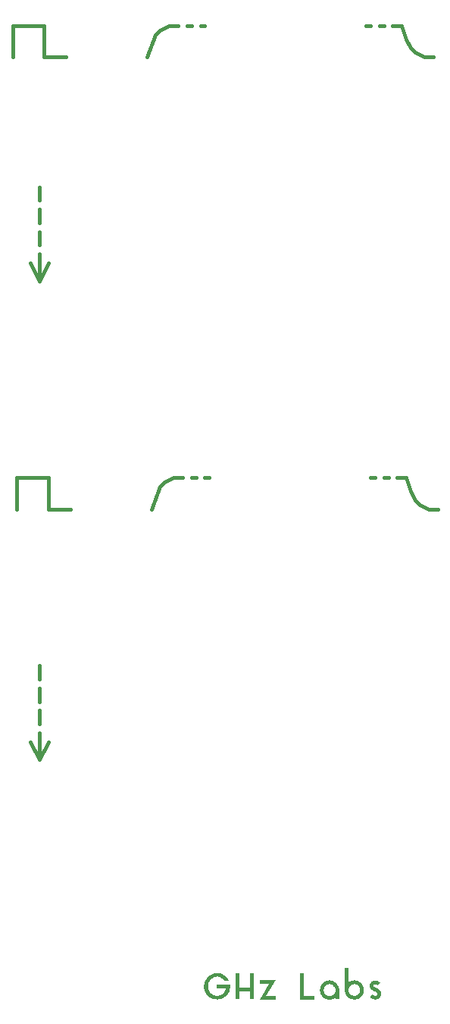
<source format=gto>
G04 Layer_Color=65535*
%FSLAX44Y44*%
%MOMM*%
G71*
G01*
G75*
%ADD11C,0.4000*%
G36*
X1055721Y981589D02*
X1067730D01*
Y977342D01*
X1051425D01*
Y1006926D01*
X1055721D01*
Y981589D01*
D02*
G37*
G36*
X1085110Y998578D02*
X1085696Y998529D01*
X1086330Y998431D01*
X1087014Y998236D01*
X1087746Y998041D01*
X1088478Y997748D01*
X1088576Y997699D01*
X1088820Y997601D01*
X1089162Y997406D01*
X1089650Y997162D01*
X1090187Y996820D01*
X1090724Y996430D01*
X1091310Y995990D01*
X1091896Y995453D01*
X1091945Y995405D01*
X1092140Y995209D01*
X1092384Y994867D01*
X1092726Y994477D01*
X1093116Y993989D01*
X1093507Y993403D01*
X1093848Y992768D01*
X1094190Y992036D01*
X1094239Y991938D01*
X1094337Y991694D01*
X1094483Y991304D01*
X1094630Y990767D01*
X1094776Y990132D01*
X1094922Y989449D01*
X1095020Y988668D01*
X1095069Y987838D01*
Y977439D01*
X1090919D01*
Y979343D01*
X1090871Y979294D01*
X1090675Y979197D01*
X1090382Y979001D01*
X1089992Y978757D01*
X1089552Y978513D01*
X1089015Y978220D01*
X1088478Y977976D01*
X1087844Y977732D01*
X1087795D01*
X1087551Y977634D01*
X1087258Y977537D01*
X1086819Y977439D01*
X1086282Y977342D01*
X1085696Y977244D01*
X1085012Y977195D01*
X1084329Y977146D01*
X1083938D01*
X1083548Y977195D01*
X1083011Y977244D01*
X1082376Y977342D01*
X1081644Y977488D01*
X1080911Y977683D01*
X1080179Y977976D01*
X1080082Y978025D01*
X1079837Y978123D01*
X1079496Y978318D01*
X1079008Y978562D01*
X1078471Y978904D01*
X1077934Y979294D01*
X1077348Y979734D01*
X1076762Y980271D01*
X1076713Y980320D01*
X1076518Y980515D01*
X1076274Y980856D01*
X1075932Y981247D01*
X1075541Y981735D01*
X1075200Y982321D01*
X1074809Y983005D01*
X1074467Y983688D01*
X1074419Y983786D01*
X1074321Y984030D01*
X1074223Y984420D01*
X1074077Y984957D01*
X1073882Y985543D01*
X1073784Y986275D01*
X1073686Y987008D01*
X1073637Y987838D01*
Y987886D01*
Y987935D01*
Y988228D01*
X1073686Y988619D01*
X1073735Y989204D01*
X1073833Y989839D01*
X1073979Y990523D01*
X1074174Y991255D01*
X1074467Y991987D01*
X1074516Y992085D01*
X1074614Y992329D01*
X1074809Y992719D01*
X1075053Y993159D01*
X1075395Y993696D01*
X1075786Y994282D01*
X1076225Y994867D01*
X1076713Y995453D01*
X1076762Y995502D01*
X1076957Y995697D01*
X1077299Y995941D01*
X1077690Y996283D01*
X1078178Y996674D01*
X1078764Y997064D01*
X1079447Y997406D01*
X1080130Y997748D01*
X1080228Y997797D01*
X1080472Y997894D01*
X1080863Y998041D01*
X1081400Y998187D01*
X1082034Y998334D01*
X1082718Y998480D01*
X1083499Y998578D01*
X1084329Y998626D01*
X1084719D01*
X1085110Y998578D01*
D02*
G37*
G36*
X1105565Y996381D02*
X1105614Y996430D01*
X1105809Y996576D01*
X1106102Y996771D01*
X1106444Y997016D01*
X1106883Y997260D01*
X1107420Y997552D01*
X1108006Y997797D01*
X1108592Y998041D01*
X1108689Y998090D01*
X1108885Y998138D01*
X1109226Y998236D01*
X1109666Y998334D01*
X1110203Y998431D01*
X1110789Y998529D01*
X1111423Y998626D01*
X1112497D01*
X1112888Y998578D01*
X1113425Y998529D01*
X1114060Y998431D01*
X1114743Y998285D01*
X1115475Y998090D01*
X1116208Y997797D01*
X1116305Y997748D01*
X1116549Y997650D01*
X1116891Y997455D01*
X1117379Y997211D01*
X1117916Y996869D01*
X1118453Y996479D01*
X1119039Y996039D01*
X1119625Y995502D01*
X1119674Y995453D01*
X1119869Y995258D01*
X1120113Y994916D01*
X1120455Y994526D01*
X1120845Y994037D01*
X1121236Y993452D01*
X1121578Y992817D01*
X1121919Y992085D01*
X1121968Y991987D01*
X1122066Y991743D01*
X1122163Y991352D01*
X1122359Y990864D01*
X1122505Y990230D01*
X1122603Y989546D01*
X1122700Y988814D01*
X1122749Y987984D01*
Y987886D01*
Y987594D01*
X1122700Y987154D01*
X1122652Y986617D01*
X1122554Y985982D01*
X1122408Y985250D01*
X1122212Y984518D01*
X1121919Y983786D01*
X1121870Y983688D01*
X1121773Y983444D01*
X1121578Y983102D01*
X1121333Y982663D01*
X1120992Y982126D01*
X1120601Y981540D01*
X1120162Y981003D01*
X1119625Y980417D01*
X1119576Y980368D01*
X1119381Y980173D01*
X1119039Y979929D01*
X1118648Y979587D01*
X1118160Y979197D01*
X1117574Y978855D01*
X1116940Y978464D01*
X1116208Y978123D01*
X1116110Y978074D01*
X1115866Y978025D01*
X1115475Y977878D01*
X1114987Y977732D01*
X1114352Y977586D01*
X1113669Y977488D01*
X1112937Y977390D01*
X1112107Y977342D01*
X1111716D01*
X1111277Y977390D01*
X1110740Y977439D01*
X1110105Y977537D01*
X1109373Y977683D01*
X1108641Y977878D01*
X1107908Y978123D01*
X1107811Y978171D01*
X1107567Y978269D01*
X1107225Y978464D01*
X1106786Y978708D01*
X1106248Y979050D01*
X1105663Y979441D01*
X1105126Y979880D01*
X1104540Y980417D01*
X1104491Y980466D01*
X1104296Y980661D01*
X1104052Y981003D01*
X1103710Y981394D01*
X1103319Y981882D01*
X1102978Y982467D01*
X1102587Y983102D01*
X1102245Y983786D01*
X1102197Y983883D01*
X1102148Y984127D01*
X1102001Y984518D01*
X1101855Y985055D01*
X1101708Y985689D01*
X1101611Y986373D01*
X1101513Y987154D01*
X1101464Y987984D01*
Y1012882D01*
X1105614D01*
X1105565Y996381D01*
D02*
G37*
G36*
X1023989Y998626D02*
X1021401Y994477D01*
X1013444Y981491D01*
X1023989D01*
Y977342D01*
X1006072D01*
X1008611Y981442D01*
X1016568Y994477D01*
X1006072D01*
Y998675D01*
X1023989D01*
Y998626D01*
D02*
G37*
G36*
X959450Y1006877D02*
X960036Y1006828D01*
X960671Y1006779D01*
X961403Y1006633D01*
X962184Y1006486D01*
X962965Y1006242D01*
X963014D01*
X963063Y1006193D01*
X963307Y1006096D01*
X963698Y1005949D01*
X964235Y1005754D01*
X964820Y1005461D01*
X965455Y1005168D01*
X966139Y1004778D01*
X966773Y1004338D01*
X966871Y1004289D01*
X967066Y1004143D01*
X967408Y1003899D01*
X967798Y1003557D01*
X968287Y1003118D01*
X968823Y1002630D01*
X969361Y1002093D01*
X969849Y1001458D01*
X969898Y1001360D01*
X970093Y1001165D01*
X970337Y1000823D01*
X970630Y1000384D01*
X971020Y999847D01*
X971362Y999212D01*
X971753Y998578D01*
X972094Y997845D01*
X967115D01*
Y997894D01*
X967066Y997943D01*
X966871Y998236D01*
X966578Y998626D01*
X966187Y999164D01*
X965650Y999700D01*
X965064Y1000335D01*
X964332Y1000921D01*
X963551Y1001458D01*
X963454Y1001507D01*
X963161Y1001702D01*
X962721Y1001897D01*
X962086Y1002190D01*
X961354Y1002434D01*
X960524Y1002679D01*
X959597Y1002825D01*
X958620Y1002874D01*
X958279D01*
X957839Y1002825D01*
X957351Y1002776D01*
X956717Y1002679D01*
X956082Y1002483D01*
X955350Y1002288D01*
X954666Y1001995D01*
X954568Y1001946D01*
X954373Y1001849D01*
X954031Y1001653D01*
X953592Y1001409D01*
X953055Y1001067D01*
X952518Y1000677D01*
X951981Y1000238D01*
X951444Y999700D01*
X951395Y999652D01*
X951200Y999456D01*
X950956Y999115D01*
X950663Y998724D01*
X950321Y998236D01*
X949931Y997650D01*
X949589Y997016D01*
X949247Y996283D01*
X949198Y996186D01*
X949150Y995941D01*
X949003Y995551D01*
X948857Y995063D01*
X948710Y994428D01*
X948613Y993745D01*
X948515Y992963D01*
X948466Y992134D01*
Y992036D01*
Y991743D01*
X948515Y991304D01*
X948564Y990767D01*
X948661Y990132D01*
X948808Y989400D01*
X949003Y988668D01*
X949247Y987935D01*
X949296Y987838D01*
X949394Y987594D01*
X949589Y987252D01*
X949833Y986812D01*
X950126Y986275D01*
X950517Y985689D01*
X950956Y985153D01*
X951444Y984567D01*
X951493Y984518D01*
X951688Y984323D01*
X951981Y984079D01*
X952372Y983737D01*
X952811Y983346D01*
X953397Y983005D01*
X953983Y982614D01*
X954666Y982272D01*
X954764Y982223D01*
X955008Y982126D01*
X955350Y982028D01*
X955838Y981882D01*
X956472Y981686D01*
X957107Y981589D01*
X957839Y981491D01*
X958620Y981442D01*
X958913D01*
X959304Y981491D01*
X959743Y981540D01*
X960280Y981589D01*
X960866Y981735D01*
X961452Y981882D01*
X962086Y982077D01*
X962184Y982126D01*
X962380Y982175D01*
X962672Y982321D01*
X963063Y982516D01*
X963551Y982809D01*
X964039Y983102D01*
X964528Y983444D01*
X965016Y983834D01*
X965064Y983883D01*
X965260Y984030D01*
X965504Y984274D01*
X965797Y984615D01*
X966139Y985006D01*
X966480Y985494D01*
X966871Y985982D01*
X967213Y986568D01*
X967261Y986617D01*
X967359Y986861D01*
X967505Y987154D01*
X967749Y987594D01*
X967945Y988082D01*
X968140Y988668D01*
X968384Y989302D01*
X968531Y989986D01*
X958181D01*
Y993793D01*
X973120D01*
Y993696D01*
X973168Y993501D01*
Y993208D01*
Y992915D01*
Y992866D01*
X973217Y992671D01*
Y992378D01*
Y992085D01*
Y991987D01*
Y991743D01*
Y991401D01*
X973168Y991011D01*
Y990913D01*
X973120Y990669D01*
X973071Y990376D01*
X973022Y989986D01*
Y989937D01*
Y989888D01*
X972973Y989742D01*
Y989546D01*
X972827Y989009D01*
X972680Y988375D01*
X972485Y987594D01*
X972192Y986715D01*
X971850Y985836D01*
X971411Y984957D01*
Y984908D01*
X971362Y984860D01*
X971167Y984567D01*
X970923Y984127D01*
X970532Y983590D01*
X970044Y982956D01*
X969507Y982321D01*
X968872Y981638D01*
X968189Y980954D01*
X968091Y980905D01*
X967847Y980661D01*
X967457Y980368D01*
X966920Y980026D01*
X966285Y979587D01*
X965553Y979148D01*
X964723Y978708D01*
X963844Y978318D01*
X963795D01*
X963746Y978269D01*
X963600Y978220D01*
X963405Y978171D01*
X962916Y978025D01*
X962282Y977878D01*
X961501Y977683D01*
X960622Y977537D01*
X959646Y977439D01*
X958620Y977390D01*
X958083D01*
X957839Y977439D01*
X957546D01*
X956765Y977537D01*
X955887Y977683D01*
X954959Y977878D01*
X953934Y978123D01*
X952909Y978513D01*
X952860D01*
X952811Y978562D01*
X952664Y978660D01*
X952469Y978708D01*
X951932Y979001D01*
X951298Y979343D01*
X950565Y979782D01*
X949784Y980368D01*
X949003Y980954D01*
X948222Y981686D01*
X948124Y981784D01*
X947880Y982028D01*
X947539Y982467D01*
X947099Y983005D01*
X946611Y983688D01*
X946074Y984518D01*
X945586Y985397D01*
X945098Y986373D01*
Y986422D01*
X945049Y986519D01*
X945000Y986666D01*
X944902Y986861D01*
X944854Y987105D01*
X944756Y987398D01*
X944561Y988082D01*
X944316Y988960D01*
X944170Y989937D01*
X944024Y991011D01*
X943975Y992134D01*
Y992182D01*
Y992280D01*
Y992427D01*
Y992671D01*
X944024Y992915D01*
Y993256D01*
X944121Y993989D01*
X944268Y994916D01*
X944463Y995844D01*
X944707Y996869D01*
X945098Y997894D01*
Y997943D01*
X945146Y997992D01*
X945244Y998138D01*
X945293Y998334D01*
X945586Y998871D01*
X945928Y999505D01*
X946367Y1000238D01*
X946904Y1001019D01*
X947539Y1001800D01*
X948222Y1002581D01*
X948320Y1002679D01*
X948564Y1002923D01*
X949003Y1003264D01*
X949540Y1003753D01*
X950224Y1004241D01*
X951053Y1004778D01*
X951932Y1005266D01*
X952909Y1005754D01*
X952957D01*
X953055Y1005803D01*
X953202Y1005852D01*
X953397Y1005949D01*
X953641Y1006047D01*
X953934Y1006145D01*
X954617Y1006340D01*
X955496Y1006535D01*
X956472Y1006730D01*
X957498Y1006877D01*
X958620Y1006926D01*
X959011D01*
X959450Y1006877D01*
D02*
G37*
G36*
X1135979Y998529D02*
X1136321D01*
X1136711Y998431D01*
X1137200Y998334D01*
X1137688Y998187D01*
X1138225Y997943D01*
X1138762Y997699D01*
X1138811Y997650D01*
X1139006Y997552D01*
X1139250Y997406D01*
X1139592Y997162D01*
X1139933Y996869D01*
X1140324Y996527D01*
X1140666Y996088D01*
X1141007Y995649D01*
X1137590Y993305D01*
X1137541Y993403D01*
X1137395Y993549D01*
X1137151Y993842D01*
X1136809Y994086D01*
X1136711Y994135D01*
X1136467Y994282D01*
X1136077Y994379D01*
X1135589Y994428D01*
X1135247D01*
X1135052Y994379D01*
X1134514Y994233D01*
X1133978Y993940D01*
X1133929D01*
X1133880Y993842D01*
X1133685Y993647D01*
X1133440Y993256D01*
X1133392Y993012D01*
X1133343Y992768D01*
Y992719D01*
Y992671D01*
Y992573D01*
Y992524D01*
Y992475D01*
X1133440Y992280D01*
X1133538Y991987D01*
X1133733Y991743D01*
X1133782Y991694D01*
X1133978Y991548D01*
X1134222Y991352D01*
X1134563Y991206D01*
X1134612D01*
X1134710Y991108D01*
X1134856Y991060D01*
X1135100Y990913D01*
X1135637Y990620D01*
X1136321Y990278D01*
X1136370D01*
X1136467Y990181D01*
X1136663Y990132D01*
X1136955Y989986D01*
X1137590Y989693D01*
X1138322Y989302D01*
X1138371D01*
X1138469Y989253D01*
X1138615Y989156D01*
X1138762Y989058D01*
X1139250Y988765D01*
X1139787Y988375D01*
X1139982Y988130D01*
X1140031Y988082D01*
X1140226Y987886D01*
X1140519Y987594D01*
X1140861Y987203D01*
X1140910Y987154D01*
X1140959Y987056D01*
X1141056Y986910D01*
X1141203Y986666D01*
X1141496Y986080D01*
X1141740Y985397D01*
Y985348D01*
X1141788Y985250D01*
X1141837Y985055D01*
X1141886Y984811D01*
X1142033Y984176D01*
Y983444D01*
Y983395D01*
Y983200D01*
X1141984Y982956D01*
X1141935Y982663D01*
X1141837Y982272D01*
X1141740Y981833D01*
X1141593Y981394D01*
X1141398Y980954D01*
Y980905D01*
X1141300Y980759D01*
X1141203Y980564D01*
X1141007Y980271D01*
X1140568Y979636D01*
X1139933Y979001D01*
X1139885Y978952D01*
X1139787Y978855D01*
X1139592Y978708D01*
X1139299Y978513D01*
X1139006Y978318D01*
X1138615Y978123D01*
X1137737Y977732D01*
X1137688D01*
X1137541Y977683D01*
X1137297Y977586D01*
X1136955Y977537D01*
X1136565Y977439D01*
X1136126Y977342D01*
X1135149Y977293D01*
X1135052D01*
X1134808Y977342D01*
X1134466Y977390D01*
X1133978Y977439D01*
X1133440Y977586D01*
X1132855Y977732D01*
X1132220Y977976D01*
X1131634Y978269D01*
X1131585Y978318D01*
X1131390Y978416D01*
X1131097Y978660D01*
X1130755Y978904D01*
X1130414Y979294D01*
X1130023Y979685D01*
X1129633Y980173D01*
X1129291Y980710D01*
X1132757Y983151D01*
Y983102D01*
X1132806Y983053D01*
X1132952Y982712D01*
X1133196Y982321D01*
X1133636Y981930D01*
X1133685D01*
X1133782Y981833D01*
X1133880Y981784D01*
X1134075Y981686D01*
X1134612Y981540D01*
X1135247Y981442D01*
X1135637D01*
X1135882Y981491D01*
X1136467Y981638D01*
X1136809Y981784D01*
X1137102Y981979D01*
X1137151Y982028D01*
X1137248Y982077D01*
X1137346Y982223D01*
X1137493Y982419D01*
X1137785Y982907D01*
X1137834Y983200D01*
X1137883Y983541D01*
Y983590D01*
Y983688D01*
Y983834D01*
X1137834Y983981D01*
Y984030D01*
Y984079D01*
X1137785Y984176D01*
Y984225D01*
Y984323D01*
Y984371D01*
X1137737Y984420D01*
X1137541Y984713D01*
X1137200Y985104D01*
X1136711Y985445D01*
X1136614Y985494D01*
X1136516Y985543D01*
X1136370Y985592D01*
Y985641D01*
X1136272Y985689D01*
X1136028Y985836D01*
X1135637Y986031D01*
X1135149Y986275D01*
X1135100D01*
X1135052Y986324D01*
X1134905Y986373D01*
X1134710Y986471D01*
X1134270Y986666D01*
X1133733Y986910D01*
X1133685D01*
X1133636Y986959D01*
X1133294Y987154D01*
X1132855Y987349D01*
X1132366Y987642D01*
X1132318D01*
X1132269Y987691D01*
X1131927Y987886D01*
X1131537Y988179D01*
X1131048Y988570D01*
Y988619D01*
X1130951Y988716D01*
X1130902Y988765D01*
X1130804Y988863D01*
X1130658Y989058D01*
X1130463Y989253D01*
X1130023Y989839D01*
X1129633Y990571D01*
Y990620D01*
X1129535Y990767D01*
X1129486Y990962D01*
X1129389Y991255D01*
X1129291Y991597D01*
X1129242Y991987D01*
X1129193Y992427D01*
Y992866D01*
Y992915D01*
Y993061D01*
X1129242Y993305D01*
Y993598D01*
X1129437Y994330D01*
X1129535Y994721D01*
X1129730Y995111D01*
X1129779Y995160D01*
X1129828Y995307D01*
X1129926Y995502D01*
X1130121Y995746D01*
X1130511Y996332D01*
X1131097Y996918D01*
X1131146Y996967D01*
X1131244Y997064D01*
X1131439Y997211D01*
X1131683Y997357D01*
X1131976Y997552D01*
X1132318Y997748D01*
X1133148Y998138D01*
X1133196D01*
X1133343Y998187D01*
X1133587Y998285D01*
X1133929Y998382D01*
X1134270Y998431D01*
X1134710Y998529D01*
X1135686Y998578D01*
X1135784D01*
X1135979Y998529D01*
D02*
G37*
G36*
X999677Y977439D02*
X995381D01*
Y982663D01*
Y986568D01*
X983860D01*
Y982663D01*
Y977439D01*
X979564D01*
Y1006926D01*
X983860D01*
Y1001800D01*
Y994233D01*
Y990425D01*
Y990376D01*
X995381D01*
Y990425D01*
Y994233D01*
Y1001800D01*
Y1006926D01*
X999677D01*
Y977439D01*
D02*
G37*
%LPC*%
G36*
X1084817Y994477D02*
X1084085D01*
X1083841Y994428D01*
X1083499D01*
X1083108Y994330D01*
X1082669Y994233D01*
X1082181Y994135D01*
X1081741Y993940D01*
X1081693D01*
X1081546Y993842D01*
X1081302Y993745D01*
X1081058Y993549D01*
X1080375Y993110D01*
X1079691Y992475D01*
X1079642Y992427D01*
X1079545Y992329D01*
X1079398Y992134D01*
X1079203Y991889D01*
X1078959Y991597D01*
X1078715Y991206D01*
X1078275Y990376D01*
Y990327D01*
X1078178Y990181D01*
X1078129Y989937D01*
X1078031Y989644D01*
X1077934Y989253D01*
X1077885Y988814D01*
X1077787Y987838D01*
Y987789D01*
Y987594D01*
X1077836Y987349D01*
Y987008D01*
X1077885Y986617D01*
X1077982Y986227D01*
X1078275Y985299D01*
X1078324Y985250D01*
X1078373Y985104D01*
X1078471Y984860D01*
X1078666Y984615D01*
X1079105Y983932D01*
X1079691Y983200D01*
X1079740Y983151D01*
X1079837Y983053D01*
X1080033Y982907D01*
X1080277Y982712D01*
X1080570Y982467D01*
X1080911Y982223D01*
X1081741Y981784D01*
X1081790D01*
X1081937Y981686D01*
X1082181Y981638D01*
X1082523Y981540D01*
X1082913Y981442D01*
X1083352Y981394D01*
X1084329Y981296D01*
X1084573D01*
X1084817Y981345D01*
X1085159D01*
X1085549Y981394D01*
X1085989Y981491D01*
X1086867Y981784D01*
X1086916Y981833D01*
X1087063Y981882D01*
X1087307Y981979D01*
X1087600Y982175D01*
X1088283Y982614D01*
X1088967Y983200D01*
X1089015Y983249D01*
X1089113Y983346D01*
X1089259Y983541D01*
X1089455Y983834D01*
X1089699Y984127D01*
X1089943Y984469D01*
X1090382Y985299D01*
X1090431Y985348D01*
X1090480Y985494D01*
X1090578Y985738D01*
X1090675Y986080D01*
X1090773Y986471D01*
X1090822Y986910D01*
X1090919Y987349D01*
Y987838D01*
Y987886D01*
Y988082D01*
X1090871Y988326D01*
Y988668D01*
X1090773Y989058D01*
X1090675Y989497D01*
X1090578Y989937D01*
X1090382Y990376D01*
Y990425D01*
X1090285Y990571D01*
X1090187Y990816D01*
X1089992Y991108D01*
X1089552Y991792D01*
X1088967Y992475D01*
X1088918Y992524D01*
X1088820Y992622D01*
X1088625Y992817D01*
X1088381Y993012D01*
X1088088Y993256D01*
X1087697Y993501D01*
X1086867Y993940D01*
X1086819Y993989D01*
X1086672Y994037D01*
X1086428Y994135D01*
X1086135Y994233D01*
X1085745Y994330D01*
X1085305Y994379D01*
X1084817Y994477D01*
D02*
G37*
G36*
X1112595D02*
X1111863D01*
X1111618Y994428D01*
X1111277D01*
X1110886Y994330D01*
X1110496Y994233D01*
X1110007Y994135D01*
X1109568Y993940D01*
X1109519D01*
X1109373Y993842D01*
X1109129Y993745D01*
X1108885Y993598D01*
X1108201Y993159D01*
X1107518Y992573D01*
X1107469Y992524D01*
X1107371Y992427D01*
X1107225Y992231D01*
X1107030Y991987D01*
X1106786Y991694D01*
X1106541Y991352D01*
X1106102Y990523D01*
Y990474D01*
X1106004Y990327D01*
X1105956Y990083D01*
X1105858Y989790D01*
X1105760Y989400D01*
X1105712Y988960D01*
X1105614Y987984D01*
Y987935D01*
Y987740D01*
X1105663Y987496D01*
Y987154D01*
X1105712Y986764D01*
X1105809Y986324D01*
X1106102Y985445D01*
X1106151Y985397D01*
X1106200Y985250D01*
X1106297Y985006D01*
X1106493Y984762D01*
X1106932Y984079D01*
X1107518Y983346D01*
X1107567Y983297D01*
X1107664Y983200D01*
X1107859Y983053D01*
X1108104Y982858D01*
X1108397Y982614D01*
X1108738Y982419D01*
X1109568Y981979D01*
X1109617D01*
X1109763Y981882D01*
X1110007Y981833D01*
X1110349Y981735D01*
X1110740Y981638D01*
X1111179Y981589D01*
X1112107Y981491D01*
X1112351D01*
X1112595Y981540D01*
X1112937D01*
X1113278Y981589D01*
X1113718Y981686D01*
X1114596Y981979D01*
X1114645D01*
X1114792Y982077D01*
X1115036Y982175D01*
X1115329Y982321D01*
X1116012Y982760D01*
X1116696Y983346D01*
X1116745Y983395D01*
X1116842Y983493D01*
X1116989Y983688D01*
X1117184Y983981D01*
X1117428Y984274D01*
X1117623Y984615D01*
X1118063Y985445D01*
X1118111Y985494D01*
X1118160Y985641D01*
X1118258Y985885D01*
X1118355Y986227D01*
X1118453Y986568D01*
X1118502Y987008D01*
X1118600Y987496D01*
Y987984D01*
Y988033D01*
Y988228D01*
X1118551Y988472D01*
Y988814D01*
X1118453Y989156D01*
X1118355Y989595D01*
X1118258Y990034D01*
X1118063Y990474D01*
Y990523D01*
X1117965Y990669D01*
X1117867Y990913D01*
X1117721Y991206D01*
X1117281Y991889D01*
X1116696Y992573D01*
X1116647Y992622D01*
X1116549Y992719D01*
X1116354Y992866D01*
X1116110Y993061D01*
X1115817Y993305D01*
X1115426Y993501D01*
X1114596Y993940D01*
X1114548Y993989D01*
X1114401Y994037D01*
X1114157Y994135D01*
X1113864Y994233D01*
X1113474Y994330D01*
X1113034Y994379D01*
X1112595Y994477D01*
D02*
G37*
%LPD*%
D11*
X760000Y1245000D02*
X770000Y1265000D01*
X760000Y1300000D02*
Y1285000D01*
Y1275000D02*
Y1245000D01*
X750000Y1265000D01*
X760000Y1310000D02*
Y1325000D01*
Y1335000D02*
Y1350000D01*
X900000Y1555000D02*
X910000Y1560000D01*
X920000D01*
X930000D02*
X935000D01*
X900000Y1555000D02*
X895000Y1550000D01*
X885000Y1525000D01*
X945000Y1560000D02*
X950000D01*
X1130000D02*
X1135000D01*
X1145000D02*
X1150000D01*
X1160000D02*
X1170000D01*
X1175000Y1545000D01*
X1180000Y1535000D01*
X1185000Y1530000D01*
X1195000Y1525000D01*
X1205000Y1525000D01*
X770000Y1800000D02*
X760000Y1780000D01*
Y1810000D01*
Y1820000D02*
Y1835000D01*
X750000Y1800000D02*
X760000Y1780000D01*
Y1845000D02*
Y1860000D01*
Y1870000D02*
Y1885000D01*
X880000Y2030000D02*
X890000Y2055000D01*
X895000Y2060000D01*
X905000Y2065000D01*
X915000D01*
X925000D02*
X930000D01*
X940000D02*
X945000D01*
X1125000D02*
X1130000D01*
X1140000D02*
X1145000D01*
X1155000D02*
X1165000D01*
X1170000Y2050000D01*
X1175000Y2040000D01*
X1180000Y2035000D01*
X1190000Y2030000D01*
X1200000Y2030000D01*
X765000Y2065000D02*
Y2030000D01*
X790000D01*
X765000Y2065000D02*
X730000D01*
Y2030000D01*
X735000Y1560000D02*
X770000D01*
Y1525000D01*
X795000D01*
X735000D02*
Y1560000D01*
M02*

</source>
